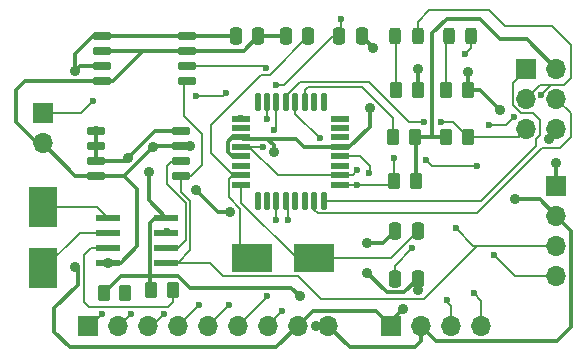
<source format=gbr>
%TF.GenerationSoftware,KiCad,Pcbnew,8.0.1*%
%TF.CreationDate,2024-05-14T10:30:11-07:00*%
%TF.ProjectId,mcu-datalogger,6d63752d-6461-4746-916c-6f676765722e,v0.1*%
%TF.SameCoordinates,Original*%
%TF.FileFunction,Copper,L1,Top*%
%TF.FilePolarity,Positive*%
%FSLAX46Y46*%
G04 Gerber Fmt 4.6, Leading zero omitted, Abs format (unit mm)*
G04 Created by KiCad (PCBNEW 8.0.1) date 2024-05-14 10:30:11*
%MOMM*%
%LPD*%
G01*
G04 APERTURE LIST*
G04 Aperture macros list*
%AMRoundRect*
0 Rectangle with rounded corners*
0 $1 Rounding radius*
0 $2 $3 $4 $5 $6 $7 $8 $9 X,Y pos of 4 corners*
0 Add a 4 corners polygon primitive as box body*
4,1,4,$2,$3,$4,$5,$6,$7,$8,$9,$2,$3,0*
0 Add four circle primitives for the rounded corners*
1,1,$1+$1,$2,$3*
1,1,$1+$1,$4,$5*
1,1,$1+$1,$6,$7*
1,1,$1+$1,$8,$9*
0 Add four rect primitives between the rounded corners*
20,1,$1+$1,$2,$3,$4,$5,0*
20,1,$1+$1,$4,$5,$6,$7,0*
20,1,$1+$1,$6,$7,$8,$9,0*
20,1,$1+$1,$8,$9,$2,$3,0*%
G04 Aperture macros list end*
%TA.AperFunction,SMDPad,CuDef*%
%ADD10RoundRect,0.250000X-0.262500X-0.450000X0.262500X-0.450000X0.262500X0.450000X-0.262500X0.450000X0*%
%TD*%
%TA.AperFunction,SMDPad,CuDef*%
%ADD11RoundRect,0.250000X-0.250000X-0.475000X0.250000X-0.475000X0.250000X0.475000X-0.250000X0.475000X0*%
%TD*%
%TA.AperFunction,ComponentPad*%
%ADD12R,1.700000X1.700000*%
%TD*%
%TA.AperFunction,ComponentPad*%
%ADD13O,1.700000X1.700000*%
%TD*%
%TA.AperFunction,SMDPad,CuDef*%
%ADD14RoundRect,0.250000X0.262500X0.450000X-0.262500X0.450000X-0.262500X-0.450000X0.262500X-0.450000X0*%
%TD*%
%TA.AperFunction,SMDPad,CuDef*%
%ADD15RoundRect,0.243750X-0.243750X-0.456250X0.243750X-0.456250X0.243750X0.456250X-0.243750X0.456250X0*%
%TD*%
%TA.AperFunction,SMDPad,CuDef*%
%ADD16RoundRect,0.038500X-0.696500X-0.236500X0.696500X-0.236500X0.696500X0.236500X-0.696500X0.236500X0*%
%TD*%
%TA.AperFunction,SMDPad,CuDef*%
%ADD17RoundRect,0.099000X-0.176000X-0.636000X0.176000X-0.636000X0.176000X0.636000X-0.176000X0.636000X0*%
%TD*%
%TA.AperFunction,SMDPad,CuDef*%
%ADD18R,3.500000X2.400000*%
%TD*%
%TA.AperFunction,SMDPad,CuDef*%
%ADD19RoundRect,0.150000X-0.650000X-0.150000X0.650000X-0.150000X0.650000X0.150000X-0.650000X0.150000X0*%
%TD*%
%TA.AperFunction,SMDPad,CuDef*%
%ADD20RoundRect,0.250000X0.250000X0.475000X-0.250000X0.475000X-0.250000X-0.475000X0.250000X-0.475000X0*%
%TD*%
%TA.AperFunction,SMDPad,CuDef*%
%ADD21RoundRect,0.041300X-0.943700X-0.253700X0.943700X-0.253700X0.943700X0.253700X-0.943700X0.253700X0*%
%TD*%
%TA.AperFunction,SMDPad,CuDef*%
%ADD22R,2.400000X3.500000*%
%TD*%
%TA.AperFunction,ViaPad*%
%ADD23C,0.900000*%
%TD*%
%TA.AperFunction,ViaPad*%
%ADD24C,0.600000*%
%TD*%
%TA.AperFunction,Conductor*%
%ADD25C,0.200000*%
%TD*%
%TA.AperFunction,Conductor*%
%ADD26C,0.350000*%
%TD*%
G04 APERTURE END LIST*
D10*
%TO.P,R5,1*%
%TO.N,Net-(D1-K)*%
X95425000Y-74000000D03*
%TO.P,R5,2*%
%TO.N,GND*%
X97250000Y-74000000D03*
%TD*%
D11*
%TO.P,C2,1*%
%TO.N,GND*%
X91100000Y-86000000D03*
%TO.P,C2,2*%
%TO.N,Net-(U4-PB7)*%
X93000000Y-86000000D03*
%TD*%
D12*
%TO.P,J1,1,Pin_1*%
%TO.N,GND*%
X104750000Y-82130000D03*
D13*
%TO.P,J1,2,Pin_2*%
%TO.N,/Vcc*%
X104750000Y-84670000D03*
%TO.P,J1,3,Pin_3*%
%TO.N,/SDA*%
X104750000Y-87210000D03*
%TO.P,J1,4,Pin_4*%
%TO.N,/SCK*%
X104750000Y-89750000D03*
%TD*%
D12*
%TO.P,BT1,1,+*%
%TO.N,/Vcc*%
X61250000Y-76000000D03*
D13*
%TO.P,BT1,2,-*%
%TO.N,GND*%
X61250000Y-78540000D03*
%TD*%
D14*
%TO.P,R6,1*%
%TO.N,/Vcc*%
X92825000Y-81750000D03*
%TO.P,R6,2*%
%TO.N,/SCK*%
X91000000Y-81750000D03*
%TD*%
D12*
%TO.P,J3,1,Pin_1*%
%TO.N,/D2*%
X65090000Y-94000000D03*
D13*
%TO.P,J3,2,Pin_2*%
%TO.N,/D3*%
X67630000Y-94000000D03*
%TO.P,J3,3,Pin_3*%
%TO.N,/D4*%
X70170000Y-94000000D03*
%TO.P,J3,4,Pin_4*%
%TO.N,/D5*%
X72710000Y-94000000D03*
%TO.P,J3,5,Pin_5*%
%TO.N,/D6*%
X75250000Y-94000000D03*
%TO.P,J3,6,Pin_6*%
%TO.N,/D7*%
X77790000Y-94000000D03*
%TO.P,J3,7,Pin_7*%
%TO.N,/D8*%
X80330000Y-94000000D03*
%TO.P,J3,8,Pin_8*%
%TO.N,GND*%
X82870000Y-94000000D03*
%TO.P,J3,9,Pin_9*%
%TO.N,/Vcc*%
X85410000Y-94000000D03*
%TD*%
D14*
%TO.P,R4,1*%
%TO.N,GND*%
X93000000Y-74000000D03*
%TO.P,R4,2*%
%TO.N,Net-(D2-K)*%
X91175000Y-74000000D03*
%TD*%
D15*
%TO.P,D1,1,K*%
%TO.N,Net-(D1-K)*%
X95625000Y-69500000D03*
%TO.P,D1,2,A*%
%TO.N,/Vcc*%
X97500000Y-69500000D03*
%TD*%
D10*
%TO.P,R7,1*%
%TO.N,/Vcc*%
X95425000Y-78000000D03*
%TO.P,R7,2*%
%TO.N,/RESET*%
X97250000Y-78000000D03*
%TD*%
D14*
%TO.P,R1,1*%
%TO.N,/Vcc*%
X92750000Y-78000000D03*
%TO.P,R1,2*%
%TO.N,/SDA*%
X90925000Y-78000000D03*
%TD*%
D12*
%TO.P,J2,1,Pin_1*%
%TO.N,GND*%
X90750000Y-94000000D03*
D13*
%TO.P,J2,2,Pin_2*%
%TO.N,/Vcc*%
X93290000Y-94000000D03*
%TO.P,J2,3,Pin_3*%
%TO.N,/RX*%
X95830000Y-94000000D03*
%TO.P,J2,4,Pin_4*%
%TO.N,/TX*%
X98370000Y-94000000D03*
%TD*%
D12*
%TO.P,J4,1,Pin_1*%
%TO.N,/MISO*%
X102210000Y-72250000D03*
D13*
%TO.P,J4,2,Pin_2*%
%TO.N,/Vcc*%
X104750000Y-72250000D03*
%TO.P,J4,3,Pin_3*%
%TO.N,/SCK*%
X102210000Y-74790000D03*
%TO.P,J4,4,Pin_4*%
%TO.N,/MOSI*%
X104750000Y-74790000D03*
%TO.P,J4,5,Pin_5*%
%TO.N,/RESET*%
X102210000Y-77330000D03*
%TO.P,J4,6,Pin_6*%
%TO.N,GND*%
X104750000Y-77330000D03*
%TD*%
D16*
%TO.P,U4,1,PD3*%
%TO.N,/D3*%
X78080000Y-76450000D03*
%TO.P,U4,2,PD4*%
%TO.N,/D4*%
X78080000Y-77250000D03*
%TO.P,U4,3,GND*%
%TO.N,GND*%
X78080000Y-78050000D03*
%TO.P,U4,4,VCC*%
%TO.N,/Vcc*%
X78080000Y-78850000D03*
%TO.P,U4,5,GND*%
%TO.N,GND*%
X78080000Y-79650000D03*
%TO.P,U4,6,VCC*%
%TO.N,unconnected-(U4-VCC-Pad6)*%
X78080000Y-80450000D03*
%TO.P,U4,7,PB6*%
%TO.N,Net-(U4-PB6)*%
X78080000Y-81250000D03*
%TO.P,U4,8,PB7*%
%TO.N,Net-(U4-PB7)*%
X78080000Y-82050000D03*
D17*
%TO.P,U4,9,PD5*%
%TO.N,/D5*%
X79450000Y-83420000D03*
%TO.P,U4,10,PD6*%
%TO.N,/D6*%
X80250000Y-83420000D03*
%TO.P,U4,11,PD7*%
%TO.N,/D7*%
X81050000Y-83420000D03*
%TO.P,U4,12,PB0*%
%TO.N,/D8*%
X81850000Y-83420000D03*
%TO.P,U4,13,PB1*%
%TO.N,unconnected-(U4-PB1-Pad13)*%
X82650000Y-83420000D03*
%TO.P,U4,14,PB2*%
%TO.N,unconnected-(U4-PB2-Pad14)*%
X83450000Y-83420000D03*
%TO.P,U4,15,PB3*%
%TO.N,/MOSI*%
X84250000Y-83420000D03*
%TO.P,U4,16,PB4*%
%TO.N,/MISO*%
X85050000Y-83420000D03*
D16*
%TO.P,U4,17,PB5*%
%TO.N,/SCK*%
X86420000Y-82050000D03*
%TO.P,U4,18,AVCC*%
%TO.N,/Vcc*%
X86420000Y-81250000D03*
%TO.P,U4,19,ADC6*%
%TO.N,unconnected-(U4-ADC6-Pad19)*%
X86420000Y-80450000D03*
%TO.P,U4,20,AREF*%
%TO.N,Net-(U4-AREF)*%
X86420000Y-79650000D03*
%TO.P,U4,21,GND*%
%TO.N,GND*%
X86420000Y-78850000D03*
%TO.P,U4,22,ADC7*%
%TO.N,unconnected-(U4-ADC7-Pad22)*%
X86420000Y-78050000D03*
%TO.P,U4,23,PC0*%
%TO.N,unconnected-(U4-PC0-Pad23)*%
X86420000Y-77250000D03*
%TO.P,U4,24,PC1*%
%TO.N,unconnected-(U4-PC1-Pad24)*%
X86420000Y-76450000D03*
D17*
%TO.P,U4,25,PC2*%
%TO.N,unconnected-(U4-PC2-Pad25)*%
X85050000Y-75080000D03*
%TO.P,U4,26,PC3*%
%TO.N,unconnected-(U4-PC3-Pad26)*%
X84250000Y-75080000D03*
%TO.P,U4,27,PC4*%
%TO.N,/SDA*%
X83450000Y-75080000D03*
%TO.P,U4,28,PC5*%
%TO.N,/SCK*%
X82650000Y-75080000D03*
%TO.P,U4,29,PC6/~{RESET}*%
%TO.N,/RESET*%
X81850000Y-75080000D03*
%TO.P,U4,30,PD0*%
%TO.N,/RX*%
X81050000Y-75080000D03*
%TO.P,U4,31,PD1*%
%TO.N,/TX*%
X80250000Y-75080000D03*
%TO.P,U4,32,PD2*%
%TO.N,/D2*%
X79450000Y-75080000D03*
%TD*%
D18*
%TO.P,Y1,1,1*%
%TO.N,Net-(U4-PB6)*%
X79000000Y-88250000D03*
%TO.P,Y1,2,2*%
%TO.N,Net-(U4-PB7)*%
X84200000Y-88250000D03*
%TD*%
D10*
%TO.P,R2,1*%
%TO.N,/Vcc*%
X66425000Y-91250000D03*
%TO.P,R2,2*%
%TO.N,Net-(U3-SQW{slash}~INT)*%
X68250000Y-91250000D03*
%TD*%
D19*
%TO.P,U2,1,A0*%
%TO.N,/Vcc*%
X66300000Y-69460000D03*
%TO.P,U2,2,A1*%
%TO.N,GND*%
X66300000Y-70730000D03*
%TO.P,U2,3,A2*%
%TO.N,/Vcc*%
X66300000Y-72000000D03*
%TO.P,U2,4,GND*%
%TO.N,GND*%
X66300000Y-73270000D03*
%TO.P,U2,5,SDA*%
%TO.N,/SDA*%
X73500000Y-73270000D03*
%TO.P,U2,6,SCL*%
%TO.N,/SCK*%
X73500000Y-72000000D03*
%TO.P,U2,7,WP*%
%TO.N,GND*%
X73500000Y-70730000D03*
%TO.P,U2,8,VCC*%
%TO.N,/Vcc*%
X73500000Y-69460000D03*
%TD*%
%TO.P,U1,1,A0*%
%TO.N,/Vcc*%
X65800000Y-77500000D03*
%TO.P,U1,2,A1*%
X65800000Y-78770000D03*
%TO.P,U1,3,A2*%
X65800000Y-80040000D03*
%TO.P,U1,4,GND*%
%TO.N,GND*%
X65800000Y-81310000D03*
%TO.P,U1,5,SDA*%
%TO.N,/SDA*%
X73000000Y-81310000D03*
%TO.P,U1,6,SCL*%
%TO.N,/SCK*%
X73000000Y-80040000D03*
%TO.P,U1,7,WP*%
%TO.N,GND*%
X73000000Y-78770000D03*
%TO.P,U1,8,VCC*%
%TO.N,/Vcc*%
X73000000Y-77500000D03*
%TD*%
D20*
%TO.P,C4,1*%
%TO.N,GND*%
X93000000Y-90000000D03*
%TO.P,C4,2*%
%TO.N,Net-(U4-AREF)*%
X91100000Y-90000000D03*
%TD*%
D11*
%TO.P,C1,1*%
%TO.N,/Vcc*%
X77600000Y-69500000D03*
%TO.P,C1,2*%
%TO.N,GND*%
X79500000Y-69500000D03*
%TD*%
%TO.P,C5,1*%
%TO.N,/Vcc*%
X86350000Y-69500000D03*
%TO.P,C5,2*%
%TO.N,GND*%
X88250000Y-69500000D03*
%TD*%
D21*
%TO.P,U3,1,X1*%
%TO.N,Net-(U3-X1)*%
X66775000Y-84845000D03*
%TO.P,U3,2,X2*%
%TO.N,Net-(U3-X2)*%
X66775000Y-86115000D03*
%TO.P,U3,3,~{INTA}*%
%TO.N,Net-(U3-~{INTA})*%
X66775000Y-87385000D03*
%TO.P,U3,4,GND*%
%TO.N,GND*%
X66775000Y-88655000D03*
%TO.P,U3,5,SDA*%
%TO.N,/SDA*%
X71725000Y-88655000D03*
%TO.P,U3,6,SCL*%
%TO.N,/SCK*%
X71725000Y-87385000D03*
%TO.P,U3,7,SQW/~INT*%
%TO.N,Net-(U3-SQW{slash}~INT)*%
X71725000Y-86115000D03*
%TO.P,U3,8,VCC*%
%TO.N,/Vcc*%
X71725000Y-84845000D03*
%TD*%
D15*
%TO.P,D2,1,K*%
%TO.N,Net-(D2-K)*%
X91125000Y-69500000D03*
%TO.P,D2,2,A*%
%TO.N,/SCK*%
X93000000Y-69500000D03*
%TD*%
D10*
%TO.P,R3,1*%
%TO.N,/Vcc*%
X70425000Y-91000000D03*
%TO.P,R3,2*%
%TO.N,Net-(U3-~{INTA})*%
X72250000Y-91000000D03*
%TD*%
D22*
%TO.P,Y2,1,1*%
%TO.N,Net-(U3-X2)*%
X61250000Y-89100000D03*
%TO.P,Y2,2,2*%
%TO.N,Net-(U3-X1)*%
X61250000Y-83900000D03*
%TD*%
D11*
%TO.P,C3,1*%
%TO.N,GND*%
X81850000Y-69500000D03*
%TO.P,C3,2*%
%TO.N,Net-(U4-PB6)*%
X83750000Y-69500000D03*
%TD*%
D23*
%TO.N,GND*%
X93000000Y-90950000D03*
X97250000Y-72500000D03*
X74250000Y-82500000D03*
X100000000Y-75750000D03*
X66775000Y-88655000D03*
X88750000Y-87000000D03*
X89250000Y-70500000D03*
X88934314Y-75565686D03*
X77151471Y-84348529D03*
X104750000Y-80250000D03*
X91750000Y-92550000D03*
X80814920Y-79278641D03*
X93000000Y-72250000D03*
X88750000Y-89500000D03*
X70598719Y-78888719D03*
X104115824Y-78150000D03*
X73750000Y-78750000D03*
X63950000Y-89000000D03*
D24*
%TO.N,/Vcc*%
X79900000Y-78875000D03*
X86500000Y-68000000D03*
X81000000Y-73650000D03*
X74250000Y-74500000D03*
X65500000Y-75000000D03*
X97000000Y-71000000D03*
X76750000Y-74250000D03*
X87900000Y-80838088D03*
D23*
X64000000Y-72395000D03*
X83000000Y-91500000D03*
X70250000Y-81000000D03*
X68500000Y-79750000D03*
X84420003Y-94000000D03*
X101250000Y-83250000D03*
X65800000Y-77500000D03*
X95425000Y-78000000D03*
D24*
%TO.N,Net-(U4-AREF)*%
X88850000Y-81100000D03*
X92549265Y-87450735D03*
%TO.N,/SCK*%
X73000000Y-80040000D03*
X101191571Y-76290101D03*
X73500000Y-72000000D03*
X84750000Y-78125000D03*
X103442689Y-74453184D03*
X98000000Y-80500000D03*
X91000000Y-81750000D03*
X87900000Y-82050000D03*
X91000000Y-79750000D03*
X80134345Y-72134345D03*
X99500000Y-88000000D03*
X93750000Y-80000000D03*
X82650000Y-75080000D03*
X99000000Y-77000000D03*
%TO.N,/SDA*%
X96250000Y-85750000D03*
X90925000Y-78000000D03*
%TO.N,/RX*%
X80825735Y-77424265D03*
X95500000Y-91850000D03*
%TO.N,/TX*%
X80250000Y-76500000D03*
X97750000Y-91250000D03*
%TO.N,/D6*%
X77000000Y-92250000D03*
X80250000Y-83420000D03*
%TO.N,/D4*%
X71500000Y-93000000D03*
X78080000Y-77225001D03*
%TO.N,/D5*%
X74500000Y-92250000D03*
X79450000Y-83420000D03*
%TO.N,/D2*%
X66250000Y-93000000D03*
X79450000Y-75080000D03*
%TO.N,/D7*%
X81000000Y-85000000D03*
X80250000Y-91500000D03*
%TO.N,/D3*%
X78080000Y-76424998D03*
X68750000Y-93000000D03*
%TO.N,/D8*%
X81500000Y-92750000D03*
X82000000Y-85000000D03*
%TO.N,/RESET*%
X93525000Y-76750000D03*
X94975000Y-76750000D03*
%TO.N,Net-(U3-SQW{slash}~INT)*%
X71750000Y-86000000D03*
X68250000Y-91250000D03*
%TD*%
D25*
%TO.N,/Vcc*%
X76500000Y-74500000D02*
X74250000Y-74500000D01*
X76750000Y-74250000D02*
X76500000Y-74500000D01*
X85850000Y-69500000D02*
X86350000Y-69500000D01*
X81700000Y-73650000D02*
X85850000Y-69500000D01*
X81000000Y-73650000D02*
X81700000Y-73650000D01*
%TO.N,Net-(U4-AREF)*%
X89000000Y-80950000D02*
X89000000Y-80500000D01*
X88150000Y-79650000D02*
X86420000Y-79650000D01*
X88850000Y-81100000D02*
X89000000Y-80950000D01*
X89000000Y-80500000D02*
X88150000Y-79650000D01*
D26*
%TO.N,GND*%
X59000000Y-76750000D02*
X59000000Y-74000000D01*
X70598719Y-78888719D02*
X68177438Y-81310000D01*
X86420000Y-78850000D02*
X87209556Y-78850000D01*
X87209556Y-78850000D02*
X88934314Y-77125242D01*
X93000000Y-90950000D02*
X93000000Y-90000000D01*
X73500000Y-70730000D02*
X78270000Y-70730000D01*
X104115824Y-77964176D02*
X104750000Y-77330000D01*
X90400000Y-91150000D02*
X88750000Y-89500000D01*
X70480000Y-78770000D02*
X70500000Y-78750000D01*
X86420000Y-78850000D02*
X83385000Y-78850000D01*
X91850000Y-91150000D02*
X90400000Y-91150000D01*
X78180000Y-78150000D02*
X78080000Y-78050000D01*
X62250000Y-92500000D02*
X64225000Y-90525000D01*
X93000000Y-90000000D02*
X91850000Y-91150000D01*
X80814920Y-79278641D02*
X80814920Y-78714920D01*
X60790000Y-78540000D02*
X59000000Y-76750000D01*
X66300000Y-73270000D02*
X67210000Y-73270000D01*
X104750000Y-82130000D02*
X104750000Y-80250000D01*
X59730000Y-73270000D02*
X66300000Y-73270000D01*
X69250000Y-87250000D02*
X69250000Y-82382562D01*
X90100000Y-87000000D02*
X91100000Y-86000000D01*
X79500000Y-69500000D02*
X81850000Y-69500000D01*
X66300000Y-70730000D02*
X69750000Y-70730000D01*
X69250000Y-87250000D02*
X67845000Y-88655000D01*
X70480000Y-78770000D02*
X73000000Y-78770000D01*
X82870000Y-94000000D02*
X84145000Y-92725000D01*
X69250000Y-82382562D02*
X68177438Y-81310000D01*
X78080000Y-78050000D02*
X77290444Y-78050000D01*
X83385000Y-78850000D02*
X82685000Y-78150000D01*
X73730000Y-78770000D02*
X73750000Y-78750000D01*
X64225000Y-90525000D02*
X64225000Y-89000000D01*
X84145000Y-92725000D02*
X89475000Y-92725000D01*
X97250000Y-72500000D02*
X97250000Y-74000000D01*
X70500000Y-78750000D02*
X70598719Y-78848719D01*
X78270000Y-70730000D02*
X79500000Y-69500000D01*
X61250000Y-78540000D02*
X60790000Y-78540000D01*
X88250000Y-69500000D02*
X89250000Y-70500000D01*
X73000000Y-78770000D02*
X73730000Y-78770000D01*
X63575000Y-95825000D02*
X62250000Y-94500000D01*
X77290444Y-78050000D02*
X76920000Y-78420444D01*
X67210000Y-73270000D02*
X69750000Y-70730000D01*
X70598719Y-78848719D02*
X70598719Y-78888719D01*
X68177438Y-81310000D02*
X65800000Y-81310000D01*
X64020000Y-81310000D02*
X65800000Y-81310000D01*
X76920000Y-79279556D02*
X77290444Y-79650000D01*
X90750000Y-93550000D02*
X91750000Y-92550000D01*
X82685000Y-78150000D02*
X80250000Y-78150000D01*
X98250000Y-74000000D02*
X100000000Y-75750000D01*
X82870000Y-94000000D02*
X81045000Y-95825000D01*
X97250000Y-74000000D02*
X98250000Y-74000000D01*
X59000000Y-74000000D02*
X59730000Y-73270000D01*
X104115824Y-78150000D02*
X104115824Y-77964176D01*
X88750000Y-87000000D02*
X90100000Y-87000000D01*
X81045000Y-95825000D02*
X63575000Y-95825000D01*
X77290444Y-79650000D02*
X78080000Y-79650000D01*
X69750000Y-70730000D02*
X73500000Y-70730000D01*
X88934314Y-77125242D02*
X88934314Y-75565686D01*
X88750000Y-89250000D02*
X88750000Y-89500000D01*
X93000000Y-74000000D02*
X93000000Y-72250000D01*
X80814920Y-78714920D02*
X80250000Y-78150000D01*
X76920000Y-78420444D02*
X76920000Y-79279556D01*
X90750000Y-94000000D02*
X90750000Y-93550000D01*
X80250000Y-78150000D02*
X78180000Y-78150000D01*
X89475000Y-92725000D02*
X90750000Y-94000000D01*
X67845000Y-88655000D02*
X66775000Y-88655000D01*
X62250000Y-94500000D02*
X62250000Y-92500000D01*
X64225000Y-89000000D02*
X63950000Y-89000000D01*
X61250000Y-78540000D02*
X64020000Y-81310000D01*
X76098529Y-84348529D02*
X77151471Y-84348529D01*
X88250000Y-69500000D02*
X88500000Y-69500000D01*
X74250000Y-82500000D02*
X76098529Y-84348529D01*
D25*
%TO.N,/Vcc*%
X87488088Y-81250000D02*
X81163490Y-81250000D01*
X86500000Y-68000000D02*
X86500000Y-69350000D01*
X79900000Y-78850000D02*
X80000000Y-78750000D01*
X78080000Y-78850000D02*
X79900000Y-78850000D01*
X78763490Y-78850000D02*
X78080000Y-78850000D01*
X97500000Y-70500000D02*
X97000000Y-71000000D01*
X87900000Y-80838088D02*
X87488088Y-81250000D01*
X86500000Y-69350000D02*
X86350000Y-69500000D01*
X97500000Y-69500000D02*
X97500000Y-70500000D01*
X79900000Y-78850000D02*
X79900000Y-78875000D01*
X81163490Y-81250000D02*
X78763490Y-78850000D01*
X64500000Y-76000000D02*
X61250000Y-76000000D01*
X65500000Y-75000000D02*
X64500000Y-76000000D01*
D26*
X92825000Y-80000000D02*
X92825000Y-81750000D01*
X92750000Y-78500000D02*
X92825000Y-78575000D01*
X95425000Y-78000000D02*
X94250000Y-78000000D01*
X82275000Y-90775000D02*
X73699022Y-90775000D01*
X66425000Y-91250000D02*
X67925000Y-89750000D01*
X71725000Y-84845000D02*
X70250000Y-83370000D01*
X104750000Y-84670000D02*
X103330000Y-83250000D01*
X95472490Y-68000000D02*
X94250000Y-69222490D01*
X102250000Y-69750000D02*
X100000000Y-69750000D01*
X92750000Y-78000000D02*
X92750000Y-78500000D01*
X70250000Y-83370000D02*
X70250000Y-81000000D01*
X70750000Y-77500000D02*
X73000000Y-77500000D01*
X73699022Y-90775000D02*
X72674022Y-89750000D01*
X65800000Y-80040000D02*
X68210000Y-80040000D01*
X73500000Y-69460000D02*
X77560000Y-69460000D01*
X67925000Y-89750000D02*
X70315000Y-89750000D01*
X66300000Y-72000000D02*
X64395000Y-72000000D01*
X65800000Y-80040000D02*
X65800000Y-78770000D01*
X64395000Y-72000000D02*
X64000000Y-72395000D01*
X94250000Y-69222490D02*
X94250000Y-78000000D01*
X72674022Y-89750000D02*
X70315000Y-89750000D01*
X92825000Y-78575000D02*
X92825000Y-80000000D01*
X94565000Y-95275000D02*
X104813239Y-95275000D01*
X104813239Y-95275000D02*
X106025000Y-94063239D01*
X65500001Y-69460000D02*
X64000000Y-70960001D01*
X70315000Y-90890000D02*
X70425000Y-91000000D01*
X103330000Y-83250000D02*
X101250000Y-83250000D01*
X71725000Y-84845000D02*
X70740001Y-84845000D01*
X68500000Y-79750000D02*
X70750000Y-77500000D01*
X98250000Y-68000000D02*
X95472490Y-68000000D01*
X65800000Y-77500000D02*
X65800000Y-78770000D01*
X73500000Y-69460000D02*
X66300000Y-69460000D01*
X68210000Y-80040000D02*
X68500000Y-79750000D01*
X85410000Y-94000000D02*
X84420003Y-94000000D01*
X66300000Y-69460000D02*
X65500001Y-69460000D01*
X93290000Y-94000000D02*
X94565000Y-95275000D01*
X87235000Y-95825000D02*
X85410000Y-94000000D01*
X70315000Y-85270001D02*
X70315000Y-89750000D01*
X104750000Y-72250000D02*
X102250000Y-69750000D01*
X93290000Y-95285000D02*
X92750000Y-95825000D01*
X106025000Y-94063239D02*
X106025000Y-85945000D01*
X94250000Y-78000000D02*
X92750000Y-78000000D01*
X64000000Y-70960001D02*
X64000000Y-72395000D01*
X70740001Y-84845000D02*
X70315000Y-85270001D01*
X93290000Y-94000000D02*
X93290000Y-95285000D01*
X70315000Y-89750000D02*
X70315000Y-90890000D01*
X100000000Y-69750000D02*
X98250000Y-68000000D01*
X83000000Y-91500000D02*
X82275000Y-90775000D01*
X77560000Y-69460000D02*
X77600000Y-69500000D01*
X92750000Y-95825000D02*
X87235000Y-95825000D01*
X106025000Y-85945000D02*
X104750000Y-84670000D01*
D25*
%TO.N,Net-(U4-PB7)*%
X78080000Y-83580000D02*
X82750000Y-88250000D01*
X82750000Y-88250000D02*
X84200000Y-88250000D01*
X78080000Y-82050000D02*
X78080000Y-83580000D01*
X93000000Y-86000000D02*
X90750000Y-88250000D01*
X90750000Y-88250000D02*
X84200000Y-88250000D01*
%TO.N,Net-(U4-PB6)*%
X78000000Y-87250000D02*
X78000000Y-84065686D01*
X80515655Y-72734345D02*
X79765655Y-72734345D01*
X79765655Y-72734345D02*
X75500000Y-77000000D01*
X77045000Y-83110686D02*
X77045000Y-81550001D01*
X78000000Y-84065686D02*
X77045000Y-83110686D01*
X79000000Y-88250000D02*
X78000000Y-87250000D01*
X75500000Y-77000000D02*
X75500000Y-79404999D01*
X77045000Y-81550001D02*
X77345001Y-81250000D01*
X75500000Y-79404999D02*
X77345001Y-81250000D01*
X77345001Y-81250000D02*
X78080000Y-81250000D01*
X83750000Y-69500000D02*
X80515655Y-72734345D01*
%TO.N,Net-(U4-AREF)*%
X92549265Y-87450735D02*
X91100000Y-88900000D01*
X91100000Y-88900000D02*
X91100000Y-90000000D01*
%TO.N,Net-(D1-K)*%
X95425000Y-74000000D02*
X95425000Y-69700000D01*
X95425000Y-69700000D02*
X95625000Y-69500000D01*
%TO.N,Net-(D2-K)*%
X91175000Y-74000000D02*
X91175000Y-69550000D01*
X91175000Y-69550000D02*
X91125000Y-69500000D01*
X91175000Y-73825000D02*
X91250000Y-73750000D01*
X91175000Y-74000000D02*
X91175000Y-73825000D01*
%TO.N,/SCK*%
X104375000Y-68625000D02*
X100375000Y-68625000D01*
X94250000Y-80500000D02*
X93750000Y-80000000D01*
X71725000Y-87385000D02*
X72709999Y-87385000D01*
X72200001Y-80040000D02*
X73000000Y-80040000D01*
X100481672Y-77000000D02*
X99000000Y-77000000D01*
X94000000Y-67250000D02*
X93000000Y-68250000D01*
X101191571Y-76290101D02*
X100481672Y-77000000D01*
X98000000Y-80500000D02*
X94250000Y-80500000D01*
X71750000Y-80490001D02*
X72200001Y-80040000D01*
X100375000Y-68625000D02*
X99000000Y-67250000D01*
X103442689Y-74453184D02*
X103460470Y-74453184D01*
X101250000Y-89750000D02*
X99500000Y-88000000D01*
X103460470Y-74453184D02*
X104273654Y-73640000D01*
X93000000Y-68250000D02*
X93000000Y-69500000D01*
X91000000Y-79750000D02*
X91000000Y-81750000D01*
X105950000Y-73050000D02*
X105950000Y-70200000D01*
X73350000Y-83600000D02*
X71750000Y-82000000D01*
X99000000Y-67250000D02*
X94000000Y-67250000D01*
X91000000Y-81750000D02*
X90700000Y-82050000D01*
X105360000Y-73640000D02*
X105950000Y-73050000D01*
X103360000Y-73640000D02*
X102210000Y-74790000D01*
X90700000Y-82050000D02*
X86420000Y-82050000D01*
X73500000Y-72000000D02*
X80000000Y-72000000D01*
X80000000Y-72000000D02*
X80134345Y-72134345D01*
X73350000Y-86744999D02*
X73350000Y-83600000D01*
X105950000Y-70200000D02*
X104375000Y-68625000D01*
X71750000Y-82000000D02*
X71750000Y-80490001D01*
X82650000Y-76025000D02*
X84750000Y-78125000D01*
X104273654Y-73640000D02*
X105360000Y-73640000D01*
X82650000Y-75080000D02*
X82650000Y-76025000D01*
X104273654Y-73640000D02*
X103360000Y-73640000D01*
X104750000Y-89750000D02*
X101250000Y-89750000D01*
X72709999Y-87385000D02*
X73350000Y-86744999D01*
%TO.N,/SDA*%
X83750000Y-73750000D02*
X83450000Y-74050000D01*
X74750000Y-77738738D02*
X74750000Y-80359999D01*
X75405000Y-88655000D02*
X71725000Y-88655000D01*
X83450000Y-74050000D02*
X83450000Y-75080000D01*
X72709999Y-88655000D02*
X73750000Y-87614999D01*
X98040000Y-87210000D02*
X93500000Y-91750000D01*
X82857057Y-89750000D02*
X76500000Y-89750000D01*
X76500000Y-89750000D02*
X75405000Y-88655000D01*
X104750000Y-87210000D02*
X97710000Y-87210000D01*
X90925000Y-76425000D02*
X88250000Y-73750000D01*
X71725000Y-88655000D02*
X72709999Y-88655000D01*
X90925000Y-78000000D02*
X90925000Y-76425000D01*
X74750000Y-80359999D02*
X73799999Y-81310000D01*
X73750000Y-83434314D02*
X73000000Y-82684314D01*
X73250000Y-76238738D02*
X74750000Y-77738738D01*
X73500000Y-73270000D02*
X73250000Y-73520000D01*
X88250000Y-73750000D02*
X83750000Y-73750000D01*
X97710000Y-87210000D02*
X96250000Y-85750000D01*
X93500000Y-91750000D02*
X84857057Y-91750000D01*
X73000000Y-82684314D02*
X73000000Y-81310000D01*
X104750000Y-87210000D02*
X98040000Y-87210000D01*
X73799999Y-81310000D02*
X73000000Y-81310000D01*
X73750000Y-87614999D02*
X73750000Y-83434314D01*
X73250000Y-73520000D02*
X73250000Y-76238738D01*
X84857057Y-91750000D02*
X82857057Y-89750000D01*
%TO.N,/RX*%
X95830000Y-93920000D02*
X96000000Y-93750000D01*
X95830000Y-92330000D02*
X95750000Y-92250000D01*
X80825735Y-77424265D02*
X81050000Y-77200000D01*
X95500000Y-92000000D02*
X95500000Y-91850000D01*
X95750000Y-92250000D02*
X95500000Y-92000000D01*
X95830000Y-94000000D02*
X95830000Y-92330000D01*
X81050000Y-77200000D02*
X81050000Y-75080000D01*
%TO.N,/TX*%
X80250000Y-76500000D02*
X80250000Y-75080000D01*
X98370000Y-94000000D02*
X98370000Y-93630000D01*
X98370000Y-94000000D02*
X98370000Y-91870000D01*
X98370000Y-93630000D02*
X98500000Y-93500000D01*
X98370000Y-91870000D02*
X97750000Y-91250000D01*
%TO.N,/D6*%
X75250000Y-94000000D02*
X77000000Y-92250000D01*
%TO.N,/D4*%
X70500000Y-94000000D02*
X71500000Y-93000000D01*
X70170000Y-94000000D02*
X70500000Y-94000000D01*
%TO.N,/D5*%
X74460000Y-92250000D02*
X74500000Y-92250000D01*
X72710000Y-94000000D02*
X74460000Y-92250000D01*
%TO.N,/D2*%
X65090000Y-94000000D02*
X65250000Y-94000000D01*
X65250000Y-94000000D02*
X66250000Y-93000000D01*
%TO.N,/D7*%
X81000000Y-85000000D02*
X81000000Y-83470000D01*
X81000000Y-83470000D02*
X81050000Y-83420000D01*
X77790000Y-94000000D02*
X80250000Y-91540000D01*
X80250000Y-91540000D02*
X80250000Y-91500000D01*
%TO.N,/D3*%
X67630000Y-94000000D02*
X67750000Y-94000000D01*
X67750000Y-94000000D02*
X68750000Y-93000000D01*
%TO.N,/D8*%
X80330000Y-93920000D02*
X81500000Y-92750000D01*
X80330000Y-94000000D02*
X80330000Y-93920000D01*
X82000000Y-83570000D02*
X81850000Y-83420000D01*
X82000000Y-85000000D02*
X82000000Y-83570000D01*
%TO.N,/MOSI*%
X104750000Y-74790000D02*
X105950000Y-75990000D01*
X84250000Y-84154999D02*
X84250000Y-83420000D01*
X103550000Y-78950000D02*
X98045000Y-84455000D01*
X84550001Y-84455000D02*
X84250000Y-84154999D01*
X105050000Y-78950000D02*
X103550000Y-78950000D01*
X105950000Y-78050000D02*
X105050000Y-78950000D01*
X98045000Y-84455000D02*
X84550001Y-84455000D01*
X105950000Y-75990000D02*
X105950000Y-78050000D01*
%TO.N,/RESET*%
X88900000Y-73350000D02*
X92300000Y-76750000D01*
X101540000Y-78000000D02*
X102210000Y-77330000D01*
X83000984Y-73350000D02*
X88900000Y-73350000D01*
X97250000Y-78000000D02*
X101540000Y-78000000D01*
X81850000Y-74500984D02*
X83000984Y-73350000D01*
X92300000Y-76750000D02*
X93525000Y-76750000D01*
X81850000Y-75080000D02*
X81850000Y-74500984D01*
X96000000Y-76750000D02*
X97250000Y-78000000D01*
X94975000Y-76750000D02*
X96000000Y-76750000D01*
%TO.N,/MISO*%
X103360000Y-77806346D02*
X103000000Y-78166346D01*
X101750000Y-76000000D02*
X102750000Y-76000000D01*
X102210000Y-72250000D02*
X101060000Y-73400000D01*
X101060000Y-73400000D02*
X101060000Y-75310000D01*
X103000000Y-78166346D02*
X103000000Y-78750000D01*
X101060000Y-75310000D02*
X101750000Y-76000000D01*
X102750000Y-76000000D02*
X103360000Y-76610000D01*
X98330000Y-83420000D02*
X85050000Y-83420000D01*
X103360000Y-76610000D02*
X103360000Y-77806346D01*
X103000000Y-78750000D02*
X98330000Y-83420000D01*
%TO.N,Net-(U3-SQW{slash}~INT)*%
X71725000Y-86025000D02*
X71750000Y-86000000D01*
X71725000Y-86115000D02*
X71725000Y-86025000D01*
%TO.N,Net-(U3-~{INTA})*%
X65150000Y-92400000D02*
X64750000Y-92000000D01*
X71850000Y-92400000D02*
X65150000Y-92400000D01*
X64750000Y-88000000D02*
X65365000Y-87385000D01*
X65365000Y-87385000D02*
X66775000Y-87385000D01*
X64750000Y-92000000D02*
X64750000Y-88000000D01*
X72250000Y-91000000D02*
X72250000Y-92000000D01*
X72250000Y-92000000D02*
X71850000Y-92400000D01*
%TO.N,Net-(U3-X2)*%
X61400000Y-89100000D02*
X64385000Y-86115000D01*
X61250000Y-89100000D02*
X61400000Y-89100000D01*
X64385000Y-86115000D02*
X66775000Y-86115000D01*
%TO.N,Net-(U3-X1)*%
X65830000Y-83900000D02*
X66775000Y-84845000D01*
X61250000Y-83900000D02*
X65830000Y-83900000D01*
%TD*%
M02*

</source>
